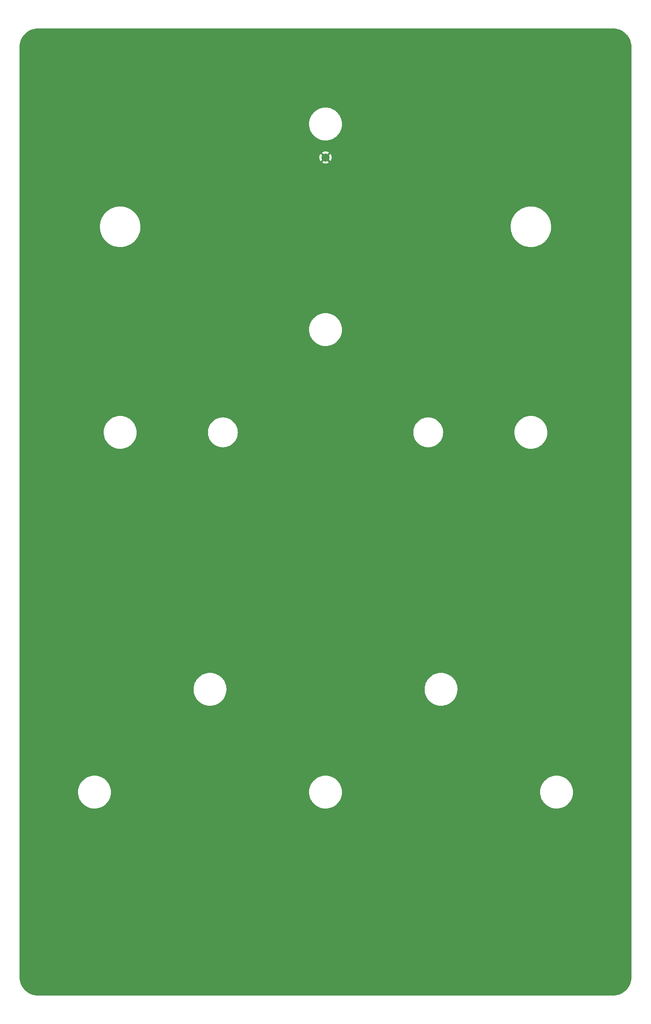
<source format=gbl>
G04 #@! TF.GenerationSoftware,KiCad,Pcbnew,6.0.5+dfsg-1~bpo11+1*
G04 #@! TF.CreationDate,2022-08-10T11:57:38+00:00*
G04 #@! TF.ProjectId,VCF_VCA_pcb_panel,5643465f-5643-4415-9f70-63625f70616e,0*
G04 #@! TF.SameCoordinates,Original*
G04 #@! TF.FileFunction,Copper,L2,Bot*
G04 #@! TF.FilePolarity,Positive*
%FSLAX46Y46*%
G04 Gerber Fmt 4.6, Leading zero omitted, Abs format (unit mm)*
G04 Created by KiCad (PCBNEW 6.0.5+dfsg-1~bpo11+1) date 2022-08-10 11:57:38*
%MOMM*%
%LPD*%
G01*
G04 APERTURE LIST*
G04 #@! TA.AperFunction,ComponentPad*
%ADD10C,2.000000*%
G04 #@! TD*
G04 APERTURE END LIST*
D10*
X212725000Y-52705000D03*
G04 #@! TA.AperFunction,Conductor*
G36*
X283815018Y-20830000D02*
G01*
X283829851Y-20832310D01*
X283829855Y-20832310D01*
X283838724Y-20833691D01*
X283859183Y-20831016D01*
X283881008Y-20830072D01*
X284237937Y-20845656D01*
X284248886Y-20846614D01*
X284633379Y-20897233D01*
X284644205Y-20899142D01*
X285022822Y-20983080D01*
X285033439Y-20985925D01*
X285203702Y-21039608D01*
X285403302Y-21102542D01*
X285413615Y-21106295D01*
X285771932Y-21254715D01*
X285781876Y-21259353D01*
X286125867Y-21438423D01*
X286135387Y-21443919D01*
X286462468Y-21652292D01*
X286471472Y-21658597D01*
X286779138Y-21894678D01*
X286787558Y-21901743D01*
X287073483Y-22163744D01*
X287081256Y-22171517D01*
X287343257Y-22457442D01*
X287350322Y-22465862D01*
X287586403Y-22773528D01*
X287592708Y-22782532D01*
X287801081Y-23109613D01*
X287806577Y-23119133D01*
X287985643Y-23463115D01*
X287990289Y-23473077D01*
X288138702Y-23831377D01*
X288142461Y-23841706D01*
X288259075Y-24211561D01*
X288261920Y-24222178D01*
X288345858Y-24600795D01*
X288347767Y-24611621D01*
X288398386Y-24996114D01*
X288399344Y-25007064D01*
X288414603Y-25356552D01*
X288413223Y-25381429D01*
X288411309Y-25393724D01*
X288412473Y-25402626D01*
X288412473Y-25402629D01*
X288415438Y-25425300D01*
X288416502Y-25441637D01*
X288416502Y-255220635D01*
X288415002Y-255240020D01*
X288412692Y-255254853D01*
X288412692Y-255254857D01*
X288411311Y-255263726D01*
X288413986Y-255284185D01*
X288414930Y-255306014D01*
X288399346Y-255662938D01*
X288398388Y-255673886D01*
X288347769Y-256058379D01*
X288347768Y-256058383D01*
X288345860Y-256069200D01*
X288329076Y-256144911D01*
X288261923Y-256447821D01*
X288259078Y-256458438D01*
X288142463Y-256828294D01*
X288142462Y-256828296D01*
X288138706Y-256838618D01*
X287990292Y-257196923D01*
X287990291Y-257196925D01*
X287985645Y-257206887D01*
X287806579Y-257550869D01*
X287801083Y-257560389D01*
X287592714Y-257887461D01*
X287586410Y-257896465D01*
X287350319Y-258204146D01*
X287343253Y-258212566D01*
X287081257Y-258498484D01*
X287073488Y-258506253D01*
X286787566Y-258768253D01*
X286779146Y-258775319D01*
X286471465Y-259011410D01*
X286462461Y-259017714D01*
X286135389Y-259226083D01*
X286125870Y-259231578D01*
X285781878Y-259410649D01*
X285771934Y-259415287D01*
X285413618Y-259563706D01*
X285403303Y-259567459D01*
X285033439Y-259684078D01*
X285022822Y-259686923D01*
X284644200Y-259770860D01*
X284633391Y-259772767D01*
X284248903Y-259823386D01*
X284248888Y-259823388D01*
X284237939Y-259824346D01*
X283888448Y-259839605D01*
X283863573Y-259838225D01*
X283851278Y-259836311D01*
X283842376Y-259837475D01*
X283842373Y-259837475D01*
X283819733Y-259840436D01*
X283803396Y-259841500D01*
X141654367Y-259841500D01*
X141634982Y-259840000D01*
X141620149Y-259837690D01*
X141620145Y-259837690D01*
X141611276Y-259836309D01*
X141590817Y-259838984D01*
X141568992Y-259839928D01*
X141212063Y-259824344D01*
X141201114Y-259823386D01*
X140816621Y-259772767D01*
X140805795Y-259770858D01*
X140427178Y-259686920D01*
X140416561Y-259684075D01*
X140246298Y-259630392D01*
X140046698Y-259567458D01*
X140036380Y-259563703D01*
X139678068Y-259415285D01*
X139668124Y-259410647D01*
X139324132Y-259231576D01*
X139314613Y-259226081D01*
X138987532Y-259017708D01*
X138978528Y-259011403D01*
X138670862Y-258775322D01*
X138662442Y-258768257D01*
X138376517Y-258506256D01*
X138368744Y-258498483D01*
X138106743Y-258212558D01*
X138099678Y-258204138D01*
X137863597Y-257896472D01*
X137857292Y-257887468D01*
X137648919Y-257560387D01*
X137643423Y-257550867D01*
X137570236Y-257410276D01*
X137464353Y-257206876D01*
X137459711Y-257196923D01*
X137311298Y-256838623D01*
X137307539Y-256828294D01*
X137190925Y-256458439D01*
X137188080Y-256447822D01*
X137104142Y-256069205D01*
X137102233Y-256058379D01*
X137051614Y-255673886D01*
X137050656Y-255662936D01*
X137035561Y-255317208D01*
X137037188Y-255290805D01*
X137037769Y-255287352D01*
X137037770Y-255287345D01*
X137038576Y-255282552D01*
X137038729Y-255270000D01*
X137034773Y-255242376D01*
X137033500Y-255224514D01*
X137033500Y-209493266D01*
X151512001Y-209493266D01*
X151512109Y-209496356D01*
X151512499Y-209507534D01*
X151524347Y-209846798D01*
X151525856Y-209890016D01*
X151578361Y-210283521D01*
X151669014Y-210670023D01*
X151796951Y-211045835D01*
X151960950Y-211407369D01*
X152159446Y-211751174D01*
X152161235Y-211753672D01*
X152161237Y-211753676D01*
X152261353Y-211893516D01*
X152390544Y-212073969D01*
X152652038Y-212372671D01*
X152654286Y-212374782D01*
X152939178Y-212642314D01*
X152939185Y-212642320D01*
X152941433Y-212644431D01*
X152943883Y-212646318D01*
X152943888Y-212646322D01*
X153253522Y-212884773D01*
X153255965Y-212886654D01*
X153258564Y-212888278D01*
X153258574Y-212888285D01*
X153439998Y-213001650D01*
X153592634Y-213097027D01*
X153948224Y-213273544D01*
X154319342Y-213414518D01*
X154702446Y-213518605D01*
X154705489Y-213519120D01*
X154705495Y-213519121D01*
X155090837Y-213584297D01*
X155090844Y-213584298D01*
X155093878Y-213584811D01*
X155096949Y-213585026D01*
X155096951Y-213585026D01*
X155486837Y-213612290D01*
X155486845Y-213612290D01*
X155489903Y-213612504D01*
X155746170Y-213605346D01*
X155883666Y-213601505D01*
X155883669Y-213601505D01*
X155886740Y-213601419D01*
X155889793Y-213601033D01*
X155889797Y-213601033D01*
X156078315Y-213577218D01*
X156280601Y-213551663D01*
X156283605Y-213550981D01*
X156283608Y-213550980D01*
X156664731Y-213464391D01*
X156664737Y-213464389D01*
X156667727Y-213463710D01*
X156815604Y-213414518D01*
X157041499Y-213339373D01*
X157041505Y-213339371D01*
X157044423Y-213338400D01*
X157187633Y-213274639D01*
X157404294Y-213178176D01*
X157404300Y-213178173D01*
X157407094Y-213176929D01*
X157547747Y-213097027D01*
X157749603Y-212982357D01*
X157749611Y-212982352D01*
X157752276Y-212980838D01*
X158076676Y-212751999D01*
X158377197Y-212492596D01*
X158379318Y-212490369D01*
X158379324Y-212490363D01*
X158648853Y-212207329D01*
X158650970Y-212205106D01*
X158684237Y-212162527D01*
X158893472Y-211894717D01*
X158893474Y-211894714D01*
X158895382Y-211892272D01*
X158897038Y-211889662D01*
X158897044Y-211889654D01*
X159106447Y-211559688D01*
X159106451Y-211559681D01*
X159108101Y-211557081D01*
X159134390Y-211505039D01*
X159193043Y-211388925D01*
X159287096Y-211202732D01*
X159288203Y-211199878D01*
X159288207Y-211199869D01*
X159429543Y-210835483D01*
X159429546Y-210835474D01*
X159430658Y-210832607D01*
X159537417Y-210450239D01*
X159606354Y-210059278D01*
X159636811Y-209663457D01*
X159638395Y-209550000D01*
X159635772Y-209496356D01*
X159635621Y-209493266D01*
X208662001Y-209493266D01*
X208662109Y-209496356D01*
X208662499Y-209507534D01*
X208674347Y-209846798D01*
X208675856Y-209890016D01*
X208728361Y-210283521D01*
X208819014Y-210670023D01*
X208946951Y-211045835D01*
X209110950Y-211407369D01*
X209309446Y-211751174D01*
X209311235Y-211753672D01*
X209311237Y-211753676D01*
X209411353Y-211893516D01*
X209540544Y-212073969D01*
X209802038Y-212372671D01*
X209804286Y-212374782D01*
X210089178Y-212642314D01*
X210089185Y-212642320D01*
X210091433Y-212644431D01*
X210093883Y-212646318D01*
X210093888Y-212646322D01*
X210403522Y-212884773D01*
X210405965Y-212886654D01*
X210408564Y-212888278D01*
X210408574Y-212888285D01*
X210589998Y-213001650D01*
X210742634Y-213097027D01*
X211098224Y-213273544D01*
X211469342Y-213414518D01*
X211852446Y-213518605D01*
X211855489Y-213519120D01*
X211855495Y-213519121D01*
X212240837Y-213584297D01*
X212240844Y-213584298D01*
X212243878Y-213584811D01*
X212246949Y-213585026D01*
X212246951Y-213585026D01*
X212636837Y-213612290D01*
X212636845Y-213612290D01*
X212639903Y-213612504D01*
X212896170Y-213605346D01*
X213033666Y-213601505D01*
X213033669Y-213601505D01*
X213036740Y-213601419D01*
X213039793Y-213601033D01*
X213039797Y-213601033D01*
X213228315Y-213577218D01*
X213430601Y-213551663D01*
X213433605Y-213550981D01*
X213433608Y-213550980D01*
X213814731Y-213464391D01*
X213814737Y-213464389D01*
X213817727Y-213463710D01*
X213965604Y-213414518D01*
X214191499Y-213339373D01*
X214191505Y-213339371D01*
X214194423Y-213338400D01*
X214337633Y-213274639D01*
X214554294Y-213178176D01*
X214554300Y-213178173D01*
X214557094Y-213176929D01*
X214697747Y-213097027D01*
X214899603Y-212982357D01*
X214899611Y-212982352D01*
X214902276Y-212980838D01*
X215226676Y-212751999D01*
X215527197Y-212492596D01*
X215529318Y-212490369D01*
X215529324Y-212490363D01*
X215798853Y-212207329D01*
X215800970Y-212205106D01*
X215834237Y-212162527D01*
X216043472Y-211894717D01*
X216043474Y-211894714D01*
X216045382Y-211892272D01*
X216047038Y-211889662D01*
X216047044Y-211889654D01*
X216256447Y-211559688D01*
X216256451Y-211559681D01*
X216258101Y-211557081D01*
X216284390Y-211505039D01*
X216343043Y-211388925D01*
X216437096Y-211202732D01*
X216438203Y-211199878D01*
X216438207Y-211199869D01*
X216579543Y-210835483D01*
X216579546Y-210835474D01*
X216580658Y-210832607D01*
X216687417Y-210450239D01*
X216756354Y-210059278D01*
X216786811Y-209663457D01*
X216788395Y-209550000D01*
X216785772Y-209496356D01*
X216785621Y-209493266D01*
X265812001Y-209493266D01*
X265812109Y-209496356D01*
X265812499Y-209507534D01*
X265824347Y-209846798D01*
X265825856Y-209890016D01*
X265878361Y-210283521D01*
X265969014Y-210670023D01*
X266096951Y-211045835D01*
X266260950Y-211407369D01*
X266459446Y-211751174D01*
X266461235Y-211753672D01*
X266461237Y-211753676D01*
X266561353Y-211893516D01*
X266690544Y-212073969D01*
X266952038Y-212372671D01*
X266954286Y-212374782D01*
X267239178Y-212642314D01*
X267239185Y-212642320D01*
X267241433Y-212644431D01*
X267243883Y-212646318D01*
X267243888Y-212646322D01*
X267553522Y-212884773D01*
X267555965Y-212886654D01*
X267558564Y-212888278D01*
X267558574Y-212888285D01*
X267739998Y-213001650D01*
X267892634Y-213097027D01*
X268248224Y-213273544D01*
X268619342Y-213414518D01*
X269002446Y-213518605D01*
X269005489Y-213519120D01*
X269005495Y-213519121D01*
X269390837Y-213584297D01*
X269390844Y-213584298D01*
X269393878Y-213584811D01*
X269396949Y-213585026D01*
X269396951Y-213585026D01*
X269786837Y-213612290D01*
X269786845Y-213612290D01*
X269789903Y-213612504D01*
X270046170Y-213605346D01*
X270183666Y-213601505D01*
X270183669Y-213601505D01*
X270186740Y-213601419D01*
X270189793Y-213601033D01*
X270189797Y-213601033D01*
X270378315Y-213577218D01*
X270580601Y-213551663D01*
X270583605Y-213550981D01*
X270583608Y-213550980D01*
X270964731Y-213464391D01*
X270964737Y-213464389D01*
X270967727Y-213463710D01*
X271115604Y-213414518D01*
X271341499Y-213339373D01*
X271341505Y-213339371D01*
X271344423Y-213338400D01*
X271487633Y-213274639D01*
X271704294Y-213178176D01*
X271704300Y-213178173D01*
X271707094Y-213176929D01*
X271847747Y-213097027D01*
X272049603Y-212982357D01*
X272049611Y-212982352D01*
X272052276Y-212980838D01*
X272376676Y-212751999D01*
X272677197Y-212492596D01*
X272679318Y-212490369D01*
X272679324Y-212490363D01*
X272948853Y-212207329D01*
X272950970Y-212205106D01*
X272984237Y-212162527D01*
X273193472Y-211894717D01*
X273193474Y-211894714D01*
X273195382Y-211892272D01*
X273197038Y-211889662D01*
X273197044Y-211889654D01*
X273406447Y-211559688D01*
X273406451Y-211559681D01*
X273408101Y-211557081D01*
X273434390Y-211505039D01*
X273493043Y-211388925D01*
X273587096Y-211202732D01*
X273588203Y-211199878D01*
X273588207Y-211199869D01*
X273729543Y-210835483D01*
X273729546Y-210835474D01*
X273730658Y-210832607D01*
X273837417Y-210450239D01*
X273906354Y-210059278D01*
X273936811Y-209663457D01*
X273938395Y-209550000D01*
X273935772Y-209496356D01*
X273919152Y-209156552D01*
X273919002Y-209153482D01*
X273910220Y-209094012D01*
X273861458Y-208763795D01*
X273861457Y-208763791D01*
X273861008Y-208760749D01*
X273764967Y-208375550D01*
X273746728Y-208324327D01*
X273632828Y-208004460D01*
X273631796Y-208001561D01*
X273462765Y-207642352D01*
X273433015Y-207592445D01*
X273261068Y-207304003D01*
X273259488Y-207301352D01*
X273023906Y-206981815D01*
X272758266Y-206686793D01*
X272465105Y-206419100D01*
X272147222Y-206181293D01*
X272098370Y-206151707D01*
X271810277Y-205977231D01*
X271810268Y-205977226D01*
X271807649Y-205975640D01*
X271449629Y-205804106D01*
X271390229Y-205782486D01*
X271079475Y-205669381D01*
X271079474Y-205669381D01*
X271076579Y-205668327D01*
X270869688Y-205615206D01*
X270695043Y-205570365D01*
X270695040Y-205570364D01*
X270692059Y-205569599D01*
X270299740Y-205508865D01*
X270296683Y-205508694D01*
X270296682Y-205508694D01*
X270267924Y-205507086D01*
X269903368Y-205486704D01*
X269900290Y-205486833D01*
X269900286Y-205486833D01*
X269641983Y-205497659D01*
X269506724Y-205503328D01*
X269503680Y-205503756D01*
X269503678Y-205503756D01*
X269463989Y-205509334D01*
X269113596Y-205558579D01*
X268727735Y-205651928D01*
X268352825Y-205782486D01*
X268306035Y-205804106D01*
X267995242Y-205947712D01*
X267995232Y-205947717D01*
X267992445Y-205949005D01*
X267650034Y-206149896D01*
X267609018Y-206179696D01*
X267331342Y-206381439D01*
X267331336Y-206381444D01*
X267328861Y-206383242D01*
X267326575Y-206385271D01*
X267326572Y-206385274D01*
X267286134Y-206421177D01*
X267031991Y-206646815D01*
X267029901Y-206649072D01*
X267029899Y-206649074D01*
X266764354Y-206935837D01*
X266764349Y-206935843D01*
X266762259Y-206938100D01*
X266760399Y-206940550D01*
X266760396Y-206940554D01*
X266727202Y-206984286D01*
X266522238Y-207254316D01*
X266520627Y-207256934D01*
X266520624Y-207256939D01*
X266315834Y-207589821D01*
X266314220Y-207592445D01*
X266140190Y-207949258D01*
X266139119Y-207952139D01*
X266139116Y-207952145D01*
X266053146Y-208183313D01*
X266001810Y-208321352D01*
X265900400Y-208705173D01*
X265836928Y-209097058D01*
X265836734Y-209100138D01*
X265836734Y-209100140D01*
X265829762Y-209210967D01*
X265812001Y-209493266D01*
X216785621Y-209493266D01*
X216769152Y-209156552D01*
X216769002Y-209153482D01*
X216760220Y-209094012D01*
X216711458Y-208763795D01*
X216711457Y-208763791D01*
X216711008Y-208760749D01*
X216614967Y-208375550D01*
X216596728Y-208324327D01*
X216482828Y-208004460D01*
X216481796Y-208001561D01*
X216312765Y-207642352D01*
X216283015Y-207592445D01*
X216111068Y-207304003D01*
X216109488Y-207301352D01*
X215873906Y-206981815D01*
X215608266Y-206686793D01*
X215315105Y-206419100D01*
X214997222Y-206181293D01*
X214948370Y-206151707D01*
X214660277Y-205977231D01*
X214660268Y-205977226D01*
X214657649Y-205975640D01*
X214299629Y-205804106D01*
X214240229Y-205782486D01*
X213929475Y-205669381D01*
X213929474Y-205669381D01*
X213926579Y-205668327D01*
X213719688Y-205615206D01*
X213545043Y-205570365D01*
X213545040Y-205570364D01*
X213542059Y-205569599D01*
X213149740Y-205508865D01*
X213146683Y-205508694D01*
X213146682Y-205508694D01*
X213117924Y-205507086D01*
X212753368Y-205486704D01*
X212750290Y-205486833D01*
X212750286Y-205486833D01*
X212491983Y-205497659D01*
X212356724Y-205503328D01*
X212353680Y-205503756D01*
X212353678Y-205503756D01*
X212313989Y-205509334D01*
X211963596Y-205558579D01*
X211577735Y-205651928D01*
X211202825Y-205782486D01*
X211156035Y-205804106D01*
X210845242Y-205947712D01*
X210845232Y-205947717D01*
X210842445Y-205949005D01*
X210500034Y-206149896D01*
X210459018Y-206179696D01*
X210181342Y-206381439D01*
X210181336Y-206381444D01*
X210178861Y-206383242D01*
X210176575Y-206385271D01*
X210176572Y-206385274D01*
X210136134Y-206421177D01*
X209881991Y-206646815D01*
X209879901Y-206649072D01*
X209879899Y-206649074D01*
X209614354Y-206935837D01*
X209614349Y-206935843D01*
X209612259Y-206938100D01*
X209610399Y-206940550D01*
X209610396Y-206940554D01*
X209577202Y-206984286D01*
X209372238Y-207254316D01*
X209370627Y-207256934D01*
X209370624Y-207256939D01*
X209165834Y-207589821D01*
X209164220Y-207592445D01*
X208990190Y-207949258D01*
X208989119Y-207952139D01*
X208989116Y-207952145D01*
X208903146Y-208183313D01*
X208851810Y-208321352D01*
X208750400Y-208705173D01*
X208686928Y-209097058D01*
X208686734Y-209100138D01*
X208686734Y-209100140D01*
X208679762Y-209210967D01*
X208662001Y-209493266D01*
X159635621Y-209493266D01*
X159619152Y-209156552D01*
X159619002Y-209153482D01*
X159610220Y-209094012D01*
X159561458Y-208763795D01*
X159561457Y-208763791D01*
X159561008Y-208760749D01*
X159464967Y-208375550D01*
X159446728Y-208324327D01*
X159332828Y-208004460D01*
X159331796Y-208001561D01*
X159162765Y-207642352D01*
X159133015Y-207592445D01*
X158961068Y-207304003D01*
X158959488Y-207301352D01*
X158723906Y-206981815D01*
X158458266Y-206686793D01*
X158165105Y-206419100D01*
X157847222Y-206181293D01*
X157798370Y-206151707D01*
X157510277Y-205977231D01*
X157510268Y-205977226D01*
X157507649Y-205975640D01*
X157149629Y-205804106D01*
X157090229Y-205782486D01*
X156779475Y-205669381D01*
X156779474Y-205669381D01*
X156776579Y-205668327D01*
X156569688Y-205615206D01*
X156395043Y-205570365D01*
X156395040Y-205570364D01*
X156392059Y-205569599D01*
X155999740Y-205508865D01*
X155996683Y-205508694D01*
X155996682Y-205508694D01*
X155967924Y-205507086D01*
X155603368Y-205486704D01*
X155600290Y-205486833D01*
X155600286Y-205486833D01*
X155341983Y-205497659D01*
X155206724Y-205503328D01*
X155203680Y-205503756D01*
X155203678Y-205503756D01*
X155163989Y-205509334D01*
X154813596Y-205558579D01*
X154427735Y-205651928D01*
X154052825Y-205782486D01*
X154006035Y-205804106D01*
X153695242Y-205947712D01*
X153695232Y-205947717D01*
X153692445Y-205949005D01*
X153350034Y-206149896D01*
X153309018Y-206179696D01*
X153031342Y-206381439D01*
X153031336Y-206381444D01*
X153028861Y-206383242D01*
X153026575Y-206385271D01*
X153026572Y-206385274D01*
X152986134Y-206421177D01*
X152731991Y-206646815D01*
X152729901Y-206649072D01*
X152729899Y-206649074D01*
X152464354Y-206935837D01*
X152464349Y-206935843D01*
X152462259Y-206938100D01*
X152460399Y-206940550D01*
X152460396Y-206940554D01*
X152427202Y-206984286D01*
X152222238Y-207254316D01*
X152220627Y-207256934D01*
X152220624Y-207256939D01*
X152015834Y-207589821D01*
X152014220Y-207592445D01*
X151840190Y-207949258D01*
X151839119Y-207952139D01*
X151839116Y-207952145D01*
X151753146Y-208183313D01*
X151701810Y-208321352D01*
X151600400Y-208705173D01*
X151536928Y-209097058D01*
X151536734Y-209100138D01*
X151536734Y-209100140D01*
X151529762Y-209210967D01*
X151512001Y-209493266D01*
X137033500Y-209493266D01*
X137033500Y-184093266D01*
X180087001Y-184093266D01*
X180087109Y-184096356D01*
X180087499Y-184107534D01*
X180099347Y-184446798D01*
X180100856Y-184490016D01*
X180153361Y-184883521D01*
X180244014Y-185270023D01*
X180371951Y-185645835D01*
X180535950Y-186007369D01*
X180734446Y-186351174D01*
X180736235Y-186353672D01*
X180736237Y-186353676D01*
X180836353Y-186493516D01*
X180965544Y-186673969D01*
X181227038Y-186972671D01*
X181229286Y-186974782D01*
X181514178Y-187242314D01*
X181514185Y-187242320D01*
X181516433Y-187244431D01*
X181518883Y-187246318D01*
X181518888Y-187246322D01*
X181828522Y-187484773D01*
X181830965Y-187486654D01*
X181833564Y-187488278D01*
X181833574Y-187488285D01*
X182014998Y-187601650D01*
X182167634Y-187697027D01*
X182523224Y-187873544D01*
X182894342Y-188014518D01*
X183277446Y-188118605D01*
X183280489Y-188119120D01*
X183280495Y-188119121D01*
X183665837Y-188184297D01*
X183665844Y-188184298D01*
X183668878Y-188184811D01*
X183671949Y-188185026D01*
X183671951Y-188185026D01*
X184061837Y-188212290D01*
X184061845Y-188212290D01*
X184064903Y-188212504D01*
X184321170Y-188205346D01*
X184458666Y-188201505D01*
X184458669Y-188201505D01*
X184461740Y-188201419D01*
X184464793Y-188201033D01*
X184464797Y-188201033D01*
X184653315Y-188177218D01*
X184855601Y-188151663D01*
X184858605Y-188150981D01*
X184858608Y-188150980D01*
X185239731Y-188064391D01*
X185239737Y-188064389D01*
X185242727Y-188063710D01*
X185390604Y-188014518D01*
X185616499Y-187939373D01*
X185616505Y-187939371D01*
X185619423Y-187938400D01*
X185762633Y-187874639D01*
X185979294Y-187778176D01*
X185979300Y-187778173D01*
X185982094Y-187776929D01*
X186122747Y-187697027D01*
X186324603Y-187582357D01*
X186324611Y-187582352D01*
X186327276Y-187580838D01*
X186651676Y-187351999D01*
X186952197Y-187092596D01*
X186954318Y-187090369D01*
X186954324Y-187090363D01*
X187223853Y-186807329D01*
X187225970Y-186805106D01*
X187259237Y-186762527D01*
X187468472Y-186494717D01*
X187468474Y-186494714D01*
X187470382Y-186492272D01*
X187472038Y-186489662D01*
X187472044Y-186489654D01*
X187681447Y-186159688D01*
X187681451Y-186159681D01*
X187683101Y-186157081D01*
X187709390Y-186105039D01*
X187768043Y-185988925D01*
X187862096Y-185802732D01*
X187863203Y-185799878D01*
X187863207Y-185799869D01*
X188004543Y-185435483D01*
X188004546Y-185435474D01*
X188005658Y-185432607D01*
X188112417Y-185050239D01*
X188181354Y-184659278D01*
X188211811Y-184263457D01*
X188213395Y-184150000D01*
X188210772Y-184096356D01*
X188210621Y-184093266D01*
X237237001Y-184093266D01*
X237237109Y-184096356D01*
X237237499Y-184107534D01*
X237249347Y-184446798D01*
X237250856Y-184490016D01*
X237303361Y-184883521D01*
X237394014Y-185270023D01*
X237521951Y-185645835D01*
X237685950Y-186007369D01*
X237884446Y-186351174D01*
X237886235Y-186353672D01*
X237886237Y-186353676D01*
X237986353Y-186493516D01*
X238115544Y-186673969D01*
X238377038Y-186972671D01*
X238379286Y-186974782D01*
X238664178Y-187242314D01*
X238664185Y-187242320D01*
X238666433Y-187244431D01*
X238668883Y-187246318D01*
X238668888Y-187246322D01*
X238978522Y-187484773D01*
X238980965Y-187486654D01*
X238983564Y-187488278D01*
X238983574Y-187488285D01*
X239164998Y-187601650D01*
X239317634Y-187697027D01*
X239673224Y-187873544D01*
X240044342Y-188014518D01*
X240427446Y-188118605D01*
X240430489Y-188119120D01*
X240430495Y-188119121D01*
X240815837Y-188184297D01*
X240815844Y-188184298D01*
X240818878Y-188184811D01*
X240821949Y-188185026D01*
X240821951Y-188185026D01*
X241211837Y-188212290D01*
X241211845Y-188212290D01*
X241214903Y-188212504D01*
X241471170Y-188205346D01*
X241608666Y-188201505D01*
X241608669Y-188201505D01*
X241611740Y-188201419D01*
X241614793Y-188201033D01*
X241614797Y-188201033D01*
X241803315Y-188177218D01*
X242005601Y-188151663D01*
X242008605Y-188150981D01*
X242008608Y-188150980D01*
X242389731Y-188064391D01*
X242389737Y-188064389D01*
X242392727Y-188063710D01*
X242540604Y-188014518D01*
X242766499Y-187939373D01*
X242766505Y-187939371D01*
X242769423Y-187938400D01*
X242912633Y-187874639D01*
X243129294Y-187778176D01*
X243129300Y-187778173D01*
X243132094Y-187776929D01*
X243272747Y-187697027D01*
X243474603Y-187582357D01*
X243474611Y-187582352D01*
X243477276Y-187580838D01*
X243801676Y-187351999D01*
X244102197Y-187092596D01*
X244104318Y-187090369D01*
X244104324Y-187090363D01*
X244373853Y-186807329D01*
X244375970Y-186805106D01*
X244409237Y-186762527D01*
X244618472Y-186494717D01*
X244618474Y-186494714D01*
X244620382Y-186492272D01*
X244622038Y-186489662D01*
X244622044Y-186489654D01*
X244831447Y-186159688D01*
X244831451Y-186159681D01*
X244833101Y-186157081D01*
X244859390Y-186105039D01*
X244918043Y-185988925D01*
X245012096Y-185802732D01*
X245013203Y-185799878D01*
X245013207Y-185799869D01*
X245154543Y-185435483D01*
X245154546Y-185435474D01*
X245155658Y-185432607D01*
X245262417Y-185050239D01*
X245331354Y-184659278D01*
X245361811Y-184263457D01*
X245363395Y-184150000D01*
X245360772Y-184096356D01*
X245344152Y-183756552D01*
X245344002Y-183753482D01*
X245335220Y-183694012D01*
X245286458Y-183363795D01*
X245286457Y-183363791D01*
X245286008Y-183360749D01*
X245189967Y-182975550D01*
X245171728Y-182924327D01*
X245057828Y-182604460D01*
X245056796Y-182601561D01*
X244887765Y-182242352D01*
X244858015Y-182192445D01*
X244686068Y-181904003D01*
X244684488Y-181901352D01*
X244448906Y-181581815D01*
X244183266Y-181286793D01*
X243890105Y-181019100D01*
X243572222Y-180781293D01*
X243523370Y-180751707D01*
X243235277Y-180577231D01*
X243235268Y-180577226D01*
X243232649Y-180575640D01*
X242874629Y-180404106D01*
X242815229Y-180382486D01*
X242504475Y-180269381D01*
X242504474Y-180269381D01*
X242501579Y-180268327D01*
X242294688Y-180215206D01*
X242120043Y-180170365D01*
X242120040Y-180170364D01*
X242117059Y-180169599D01*
X241724740Y-180108865D01*
X241721683Y-180108694D01*
X241721682Y-180108694D01*
X241692924Y-180107086D01*
X241328368Y-180086704D01*
X241325290Y-180086833D01*
X241325286Y-180086833D01*
X241066983Y-180097659D01*
X240931724Y-180103328D01*
X240928680Y-180103756D01*
X240928678Y-180103756D01*
X240888989Y-180109334D01*
X240538596Y-180158579D01*
X240152735Y-180251928D01*
X239777825Y-180382486D01*
X239731035Y-180404106D01*
X239420242Y-180547712D01*
X239420232Y-180547717D01*
X239417445Y-180549005D01*
X239075034Y-180749896D01*
X239034018Y-180779696D01*
X238756342Y-180981439D01*
X238756336Y-180981444D01*
X238753861Y-180983242D01*
X238751575Y-180985271D01*
X238751572Y-180985274D01*
X238711134Y-181021177D01*
X238456991Y-181246815D01*
X238454901Y-181249072D01*
X238454899Y-181249074D01*
X238189354Y-181535837D01*
X238189349Y-181535843D01*
X238187259Y-181538100D01*
X238185399Y-181540550D01*
X238185396Y-181540554D01*
X238152202Y-181584286D01*
X237947238Y-181854316D01*
X237945627Y-181856934D01*
X237945624Y-181856939D01*
X237740834Y-182189821D01*
X237739220Y-182192445D01*
X237565190Y-182549258D01*
X237564119Y-182552139D01*
X237564116Y-182552145D01*
X237478146Y-182783313D01*
X237426810Y-182921352D01*
X237325400Y-183305173D01*
X237261928Y-183697058D01*
X237261734Y-183700138D01*
X237261734Y-183700140D01*
X237254762Y-183810967D01*
X237237001Y-184093266D01*
X188210621Y-184093266D01*
X188194152Y-183756552D01*
X188194002Y-183753482D01*
X188185220Y-183694012D01*
X188136458Y-183363795D01*
X188136457Y-183363791D01*
X188136008Y-183360749D01*
X188039967Y-182975550D01*
X188021728Y-182924327D01*
X187907828Y-182604460D01*
X187906796Y-182601561D01*
X187737765Y-182242352D01*
X187708015Y-182192445D01*
X187536068Y-181904003D01*
X187534488Y-181901352D01*
X187298906Y-181581815D01*
X187033266Y-181286793D01*
X186740105Y-181019100D01*
X186422222Y-180781293D01*
X186373370Y-180751707D01*
X186085277Y-180577231D01*
X186085268Y-180577226D01*
X186082649Y-180575640D01*
X185724629Y-180404106D01*
X185665229Y-180382486D01*
X185354475Y-180269381D01*
X185354474Y-180269381D01*
X185351579Y-180268327D01*
X185144688Y-180215206D01*
X184970043Y-180170365D01*
X184970040Y-180170364D01*
X184967059Y-180169599D01*
X184574740Y-180108865D01*
X184571683Y-180108694D01*
X184571682Y-180108694D01*
X184542924Y-180107086D01*
X184178368Y-180086704D01*
X184175290Y-180086833D01*
X184175286Y-180086833D01*
X183916983Y-180097659D01*
X183781724Y-180103328D01*
X183778680Y-180103756D01*
X183778678Y-180103756D01*
X183738989Y-180109334D01*
X183388596Y-180158579D01*
X183002735Y-180251928D01*
X182627825Y-180382486D01*
X182581035Y-180404106D01*
X182270242Y-180547712D01*
X182270232Y-180547717D01*
X182267445Y-180549005D01*
X181925034Y-180749896D01*
X181884018Y-180779696D01*
X181606342Y-180981439D01*
X181606336Y-180981444D01*
X181603861Y-180983242D01*
X181601575Y-180985271D01*
X181601572Y-180985274D01*
X181561134Y-181021177D01*
X181306991Y-181246815D01*
X181304901Y-181249072D01*
X181304899Y-181249074D01*
X181039354Y-181535837D01*
X181039349Y-181535843D01*
X181037259Y-181538100D01*
X181035399Y-181540550D01*
X181035396Y-181540554D01*
X181002202Y-181584286D01*
X180797238Y-181854316D01*
X180795627Y-181856934D01*
X180795624Y-181856939D01*
X180590834Y-182189821D01*
X180589220Y-182192445D01*
X180415190Y-182549258D01*
X180414119Y-182552139D01*
X180414116Y-182552145D01*
X180328146Y-182783313D01*
X180276810Y-182921352D01*
X180175400Y-183305173D01*
X180111928Y-183697058D01*
X180111734Y-183700138D01*
X180111734Y-183700140D01*
X180104762Y-183810967D01*
X180087001Y-184093266D01*
X137033500Y-184093266D01*
X137033500Y-120593266D01*
X157862001Y-120593266D01*
X157862109Y-120596356D01*
X157862499Y-120607534D01*
X157875637Y-120983733D01*
X157875856Y-120990016D01*
X157876262Y-120993060D01*
X157876263Y-120993070D01*
X157886968Y-121073295D01*
X157928361Y-121383521D01*
X157929061Y-121386505D01*
X157929062Y-121386511D01*
X157980018Y-121603764D01*
X158019014Y-121770023D01*
X158146951Y-122145835D01*
X158310950Y-122507369D01*
X158509446Y-122851174D01*
X158511235Y-122853672D01*
X158511237Y-122853676D01*
X158708528Y-123129249D01*
X158740544Y-123173969D01*
X158742571Y-123176284D01*
X158742573Y-123176287D01*
X158907604Y-123364800D01*
X159002038Y-123472671D01*
X159004286Y-123474782D01*
X159289178Y-123742314D01*
X159289185Y-123742320D01*
X159291433Y-123744431D01*
X159293883Y-123746318D01*
X159293888Y-123746322D01*
X159597806Y-123980371D01*
X159605965Y-123986654D01*
X159608564Y-123988278D01*
X159608574Y-123988285D01*
X159789998Y-124101650D01*
X159942634Y-124197027D01*
X160298224Y-124373544D01*
X160669342Y-124514518D01*
X161052446Y-124618605D01*
X161055489Y-124619120D01*
X161055495Y-124619121D01*
X161440837Y-124684297D01*
X161440844Y-124684298D01*
X161443878Y-124684811D01*
X161446949Y-124685026D01*
X161446951Y-124685026D01*
X161836837Y-124712290D01*
X161836845Y-124712290D01*
X161839903Y-124712504D01*
X162096170Y-124705346D01*
X162233666Y-124701505D01*
X162233669Y-124701505D01*
X162236740Y-124701419D01*
X162239793Y-124701033D01*
X162239797Y-124701033D01*
X162428315Y-124677218D01*
X162630601Y-124651663D01*
X162633605Y-124650981D01*
X162633608Y-124650980D01*
X163014731Y-124564391D01*
X163014737Y-124564389D01*
X163017727Y-124563710D01*
X163034567Y-124558108D01*
X163391499Y-124439373D01*
X163391505Y-124439371D01*
X163394423Y-124438400D01*
X163397233Y-124437149D01*
X163754294Y-124278176D01*
X163754300Y-124278173D01*
X163757094Y-124276929D01*
X163789593Y-124258467D01*
X164099603Y-124082357D01*
X164099611Y-124082352D01*
X164102276Y-124080838D01*
X164109030Y-124076074D01*
X164424144Y-123853785D01*
X164426676Y-123851999D01*
X164435501Y-123844382D01*
X164724859Y-123594614D01*
X164727197Y-123592596D01*
X164729318Y-123590369D01*
X164729324Y-123590363D01*
X164998853Y-123307329D01*
X165000970Y-123305106D01*
X165003481Y-123301893D01*
X165243472Y-122994717D01*
X165243474Y-122994714D01*
X165245382Y-122992272D01*
X165247038Y-122989662D01*
X165247044Y-122989654D01*
X165456447Y-122659688D01*
X165456451Y-122659681D01*
X165458101Y-122657081D01*
X165462664Y-122648049D01*
X165560235Y-122454890D01*
X165637096Y-122302732D01*
X165638203Y-122299878D01*
X165638207Y-122299869D01*
X165779543Y-121935483D01*
X165779546Y-121935474D01*
X165780658Y-121932607D01*
X165872473Y-121603764D01*
X165886589Y-121553205D01*
X165886590Y-121553203D01*
X165887417Y-121550239D01*
X165956354Y-121159278D01*
X165986811Y-120763457D01*
X165988395Y-120650000D01*
X183636445Y-120650000D01*
X183656651Y-121035559D01*
X183657164Y-121038799D01*
X183657165Y-121038807D01*
X183675762Y-121156222D01*
X183717049Y-121416894D01*
X183816976Y-121789826D01*
X183955337Y-122150270D01*
X183956835Y-122153210D01*
X184033021Y-122302732D01*
X184130618Y-122494277D01*
X184132414Y-122497043D01*
X184132416Y-122497046D01*
X184236344Y-122657081D01*
X184340896Y-122818078D01*
X184583869Y-123118125D01*
X184856875Y-123391131D01*
X185156922Y-123634104D01*
X185480722Y-123844382D01*
X185483656Y-123845877D01*
X185483663Y-123845881D01*
X185759946Y-123986654D01*
X185824730Y-124019663D01*
X186185174Y-124158024D01*
X186558106Y-124257951D01*
X186760643Y-124290030D01*
X186936193Y-124317835D01*
X186936201Y-124317836D01*
X186939441Y-124318349D01*
X187325000Y-124338555D01*
X187710559Y-124318349D01*
X187713799Y-124317836D01*
X187713807Y-124317835D01*
X187889357Y-124290030D01*
X188091894Y-124257951D01*
X188464826Y-124158024D01*
X188825270Y-124019663D01*
X188890054Y-123986654D01*
X189166337Y-123845881D01*
X189166344Y-123845877D01*
X189169278Y-123844382D01*
X189493078Y-123634104D01*
X189793125Y-123391131D01*
X190066131Y-123118125D01*
X190309104Y-122818078D01*
X190413656Y-122657081D01*
X190517584Y-122497046D01*
X190517586Y-122497043D01*
X190519382Y-122494277D01*
X190616980Y-122302732D01*
X190693165Y-122153210D01*
X190694663Y-122150270D01*
X190833024Y-121789826D01*
X190932951Y-121416894D01*
X190974238Y-121156222D01*
X190992835Y-121038807D01*
X190992836Y-121038799D01*
X190993349Y-121035559D01*
X191013555Y-120650000D01*
X234436445Y-120650000D01*
X234456651Y-121035559D01*
X234457164Y-121038799D01*
X234457165Y-121038807D01*
X234475762Y-121156222D01*
X234517049Y-121416894D01*
X234616976Y-121789826D01*
X234755337Y-122150270D01*
X234756835Y-122153210D01*
X234833021Y-122302732D01*
X234930618Y-122494277D01*
X234932414Y-122497043D01*
X234932416Y-122497046D01*
X235036344Y-122657081D01*
X235140896Y-122818078D01*
X235383869Y-123118125D01*
X235656875Y-123391131D01*
X235956922Y-123634104D01*
X236280722Y-123844382D01*
X236283656Y-123845877D01*
X236283663Y-123845881D01*
X236559946Y-123986654D01*
X236624730Y-124019663D01*
X236985174Y-124158024D01*
X237358106Y-124257951D01*
X237560643Y-124290030D01*
X237736193Y-124317835D01*
X237736201Y-124317836D01*
X237739441Y-124318349D01*
X238125000Y-124338555D01*
X238510559Y-124318349D01*
X238513799Y-124317836D01*
X238513807Y-124317835D01*
X238689357Y-124290030D01*
X238891894Y-124257951D01*
X239264826Y-124158024D01*
X239625270Y-124019663D01*
X239690054Y-123986654D01*
X239966337Y-123845881D01*
X239966344Y-123845877D01*
X239969278Y-123844382D01*
X240293078Y-123634104D01*
X240593125Y-123391131D01*
X240866131Y-123118125D01*
X241109104Y-122818078D01*
X241213656Y-122657081D01*
X241317584Y-122497046D01*
X241317586Y-122497043D01*
X241319382Y-122494277D01*
X241416980Y-122302732D01*
X241493165Y-122153210D01*
X241494663Y-122150270D01*
X241633024Y-121789826D01*
X241732951Y-121416894D01*
X241774238Y-121156222D01*
X241792835Y-121038807D01*
X241792836Y-121038799D01*
X241793349Y-121035559D01*
X241813555Y-120650000D01*
X241810252Y-120586983D01*
X259457412Y-120586983D01*
X259457520Y-120590073D01*
X259457910Y-120601251D01*
X259469831Y-120942607D01*
X259471267Y-120983733D01*
X259471673Y-120986777D01*
X259471674Y-120986787D01*
X259476868Y-121025713D01*
X259523772Y-121377238D01*
X259524472Y-121380222D01*
X259524473Y-121380228D01*
X259532308Y-121413633D01*
X259614425Y-121763740D01*
X259615414Y-121766646D01*
X259615416Y-121766652D01*
X259623305Y-121789826D01*
X259742362Y-122139552D01*
X259906361Y-122501086D01*
X260104857Y-122844891D01*
X260106646Y-122847389D01*
X260106648Y-122847393D01*
X260329636Y-123158859D01*
X260335955Y-123167686D01*
X260337982Y-123170001D01*
X260337984Y-123170004D01*
X260354383Y-123188736D01*
X260597449Y-123466388D01*
X260599697Y-123468499D01*
X260884589Y-123736031D01*
X260884596Y-123736037D01*
X260886844Y-123738148D01*
X260889294Y-123740035D01*
X260889299Y-123740039D01*
X261032055Y-123849976D01*
X261201376Y-123980371D01*
X261203975Y-123981995D01*
X261203985Y-123982002D01*
X261385409Y-124095367D01*
X261538045Y-124190744D01*
X261893635Y-124367261D01*
X262264753Y-124508235D01*
X262647857Y-124612322D01*
X262650900Y-124612837D01*
X262650906Y-124612838D01*
X263036248Y-124678014D01*
X263036255Y-124678015D01*
X263039289Y-124678528D01*
X263042360Y-124678743D01*
X263042362Y-124678743D01*
X263432248Y-124706007D01*
X263432256Y-124706007D01*
X263435314Y-124706221D01*
X263691581Y-124699063D01*
X263829077Y-124695222D01*
X263829080Y-124695222D01*
X263832151Y-124695136D01*
X263835204Y-124694750D01*
X263835208Y-124694750D01*
X264023726Y-124670935D01*
X264226012Y-124645380D01*
X264229016Y-124644698D01*
X264229019Y-124644697D01*
X264610142Y-124558108D01*
X264610148Y-124558106D01*
X264613138Y-124557427D01*
X264616057Y-124556456D01*
X264986910Y-124433090D01*
X264986916Y-124433088D01*
X264989834Y-124432117D01*
X264992644Y-124430866D01*
X265349705Y-124271893D01*
X265349711Y-124271890D01*
X265352505Y-124270646D01*
X265373944Y-124258467D01*
X265695014Y-124076074D01*
X265695022Y-124076069D01*
X265697687Y-124074555D01*
X266022087Y-123845716D01*
X266025716Y-123842584D01*
X266279996Y-123623095D01*
X266322608Y-123586313D01*
X266324729Y-123584086D01*
X266324735Y-123584080D01*
X266594264Y-123301046D01*
X266596381Y-123298823D01*
X266601846Y-123291829D01*
X266838883Y-122988434D01*
X266838885Y-122988431D01*
X266840793Y-122985989D01*
X266842449Y-122983379D01*
X266842455Y-122983371D01*
X267051858Y-122653405D01*
X267051862Y-122653398D01*
X267053512Y-122650798D01*
X267079801Y-122598756D01*
X267213973Y-122333140D01*
X267232507Y-122296449D01*
X267233614Y-122293595D01*
X267233618Y-122293586D01*
X267374954Y-121929200D01*
X267374957Y-121929191D01*
X267376069Y-121926324D01*
X267482828Y-121543956D01*
X267551765Y-121152995D01*
X267568468Y-120935924D01*
X267582072Y-120759125D01*
X267582072Y-120759121D01*
X267582222Y-120757174D01*
X267583806Y-120643717D01*
X267582037Y-120607534D01*
X267564563Y-120250269D01*
X267564413Y-120247199D01*
X267524389Y-119976160D01*
X267506869Y-119857512D01*
X267506868Y-119857508D01*
X267506419Y-119854466D01*
X267410378Y-119469267D01*
X267393317Y-119421352D01*
X267296596Y-119149730D01*
X267277207Y-119095278D01*
X267116847Y-118754496D01*
X267109488Y-118738857D01*
X267109487Y-118738856D01*
X267108176Y-118736069D01*
X267078426Y-118686162D01*
X266955138Y-118479346D01*
X266904899Y-118395069D01*
X266749618Y-118184450D01*
X266671139Y-118078003D01*
X266671137Y-118078000D01*
X266669317Y-118075532D01*
X266403677Y-117780510D01*
X266110516Y-117512817D01*
X265792633Y-117275010D01*
X265743781Y-117245424D01*
X265455688Y-117070948D01*
X265455679Y-117070943D01*
X265453060Y-117069357D01*
X265095040Y-116897823D01*
X265056455Y-116883779D01*
X264724886Y-116763098D01*
X264724885Y-116763098D01*
X264721990Y-116762044D01*
X264515099Y-116708923D01*
X264340454Y-116664082D01*
X264340451Y-116664081D01*
X264337470Y-116663316D01*
X263945151Y-116602582D01*
X263942094Y-116602411D01*
X263942093Y-116602411D01*
X263913335Y-116600803D01*
X263548779Y-116580421D01*
X263545701Y-116580550D01*
X263545697Y-116580550D01*
X263287394Y-116591376D01*
X263152135Y-116597045D01*
X263149091Y-116597473D01*
X263149089Y-116597473D01*
X263068032Y-116608865D01*
X262759007Y-116652296D01*
X262373146Y-116745645D01*
X261998236Y-116876203D01*
X261951446Y-116897823D01*
X261640653Y-117041429D01*
X261640643Y-117041434D01*
X261637856Y-117042722D01*
X261295445Y-117243613D01*
X261245781Y-117279696D01*
X260976753Y-117475156D01*
X260976747Y-117475161D01*
X260974272Y-117476959D01*
X260971986Y-117478988D01*
X260971983Y-117478991D01*
X260735602Y-117688860D01*
X260677402Y-117740532D01*
X260675312Y-117742789D01*
X260675310Y-117742791D01*
X260409765Y-118029554D01*
X260409760Y-118029560D01*
X260407670Y-118031817D01*
X260405810Y-118034267D01*
X260405807Y-118034271D01*
X260372613Y-118078003D01*
X260167649Y-118348033D01*
X260166038Y-118350651D01*
X260166035Y-118350656D01*
X259976286Y-118659089D01*
X259959631Y-118686162D01*
X259785601Y-119042975D01*
X259784530Y-119045856D01*
X259784527Y-119045862D01*
X259746993Y-119146790D01*
X259647221Y-119415069D01*
X259545811Y-119798890D01*
X259482339Y-120190775D01*
X259482145Y-120193855D01*
X259482145Y-120193857D01*
X259473602Y-120329655D01*
X259457412Y-120586983D01*
X241810252Y-120586983D01*
X241793349Y-120264441D01*
X241792100Y-120256552D01*
X241741141Y-119934815D01*
X241732951Y-119883106D01*
X241633024Y-119510174D01*
X241620886Y-119478552D01*
X241495847Y-119152815D01*
X241494663Y-119149730D01*
X241442058Y-119046487D01*
X241320881Y-118808664D01*
X241320877Y-118808657D01*
X241319382Y-118805723D01*
X241268703Y-118727683D01*
X241110906Y-118484697D01*
X241109104Y-118481922D01*
X240866131Y-118181875D01*
X240593125Y-117908869D01*
X240293078Y-117665896D01*
X240054519Y-117510974D01*
X239972047Y-117457416D01*
X239972044Y-117457414D01*
X239969278Y-117455618D01*
X239966344Y-117454123D01*
X239966337Y-117454119D01*
X239628210Y-117281835D01*
X239625270Y-117280337D01*
X239264826Y-117141976D01*
X238891894Y-117042049D01*
X238689357Y-117009970D01*
X238513807Y-116982165D01*
X238513799Y-116982164D01*
X238510559Y-116981651D01*
X238125000Y-116961445D01*
X237739441Y-116981651D01*
X237736201Y-116982164D01*
X237736193Y-116982165D01*
X237560643Y-117009970D01*
X237358106Y-117042049D01*
X236985174Y-117141976D01*
X236624730Y-117280337D01*
X236621790Y-117281835D01*
X236283664Y-117454119D01*
X236283657Y-117454123D01*
X236280723Y-117455618D01*
X236277957Y-117457414D01*
X236277954Y-117457416D01*
X236064166Y-117596251D01*
X235956922Y-117665896D01*
X235656875Y-117908869D01*
X235383869Y-118181875D01*
X235140896Y-118481922D01*
X235139094Y-118484697D01*
X234981298Y-118727683D01*
X234930618Y-118805723D01*
X234929123Y-118808657D01*
X234929119Y-118808664D01*
X234807942Y-119046487D01*
X234755337Y-119149730D01*
X234754153Y-119152815D01*
X234629115Y-119478552D01*
X234616976Y-119510174D01*
X234517049Y-119883106D01*
X234508859Y-119934815D01*
X234457901Y-120256552D01*
X234456651Y-120264441D01*
X234437908Y-120622077D01*
X234436445Y-120650000D01*
X191013555Y-120650000D01*
X190993349Y-120264441D01*
X190992100Y-120256552D01*
X190941141Y-119934815D01*
X190932951Y-119883106D01*
X190833024Y-119510174D01*
X190820886Y-119478552D01*
X190695847Y-119152815D01*
X190694663Y-119149730D01*
X190642058Y-119046487D01*
X190520881Y-118808664D01*
X190520877Y-118808657D01*
X190519382Y-118805723D01*
X190468703Y-118727683D01*
X190310906Y-118484697D01*
X190309104Y-118481922D01*
X190066131Y-118181875D01*
X189793125Y-117908869D01*
X189493078Y-117665896D01*
X189254519Y-117510974D01*
X189172047Y-117457416D01*
X189172044Y-117457414D01*
X189169278Y-117455618D01*
X189166344Y-117454123D01*
X189166337Y-117454119D01*
X188828210Y-117281835D01*
X188825270Y-117280337D01*
X188464826Y-117141976D01*
X188091894Y-117042049D01*
X187889357Y-117009970D01*
X187713807Y-116982165D01*
X187713799Y-116982164D01*
X187710559Y-116981651D01*
X187325000Y-116961445D01*
X186939441Y-116981651D01*
X186936201Y-116982164D01*
X186936193Y-116982165D01*
X186760643Y-117009970D01*
X186558106Y-117042049D01*
X186185174Y-117141976D01*
X185824730Y-117280337D01*
X185821790Y-117281835D01*
X185483664Y-117454119D01*
X185483657Y-117454123D01*
X185480723Y-117455618D01*
X185477957Y-117457414D01*
X185477954Y-117457416D01*
X185264166Y-117596251D01*
X185156922Y-117665896D01*
X184856875Y-117908869D01*
X184583869Y-118181875D01*
X184340896Y-118481922D01*
X184339094Y-118484697D01*
X184181298Y-118727683D01*
X184130618Y-118805723D01*
X184129123Y-118808657D01*
X184129119Y-118808664D01*
X184007942Y-119046487D01*
X183955337Y-119149730D01*
X183954153Y-119152815D01*
X183829115Y-119478552D01*
X183816976Y-119510174D01*
X183717049Y-119883106D01*
X183708859Y-119934815D01*
X183657901Y-120256552D01*
X183656651Y-120264441D01*
X183637908Y-120622077D01*
X183636445Y-120650000D01*
X165988395Y-120650000D01*
X165988185Y-120645691D01*
X165971506Y-120304684D01*
X165969002Y-120253482D01*
X165959742Y-120190775D01*
X165911458Y-119863795D01*
X165911457Y-119863791D01*
X165911008Y-119860749D01*
X165814967Y-119475550D01*
X165811693Y-119466354D01*
X165749380Y-119291359D01*
X165681796Y-119101561D01*
X165512765Y-118742352D01*
X165507443Y-118733423D01*
X165368635Y-118500572D01*
X165309488Y-118401352D01*
X165073906Y-118081815D01*
X164808266Y-117786793D01*
X164515105Y-117519100D01*
X164197222Y-117281293D01*
X164148370Y-117251707D01*
X163860277Y-117077231D01*
X163860268Y-117077226D01*
X163857649Y-117075640D01*
X163499629Y-116904106D01*
X163479466Y-116896767D01*
X163129475Y-116769381D01*
X163129474Y-116769381D01*
X163126579Y-116768327D01*
X162919688Y-116715206D01*
X162745043Y-116670365D01*
X162745040Y-116670364D01*
X162742059Y-116669599D01*
X162349740Y-116608865D01*
X162346683Y-116608694D01*
X162346682Y-116608694D01*
X162317924Y-116607086D01*
X161953368Y-116586704D01*
X161950290Y-116586833D01*
X161950286Y-116586833D01*
X161696423Y-116597473D01*
X161556724Y-116603328D01*
X161553680Y-116603756D01*
X161553678Y-116603756D01*
X161513989Y-116609334D01*
X161163596Y-116658579D01*
X160777735Y-116751928D01*
X160402825Y-116882486D01*
X160356035Y-116904106D01*
X160045242Y-117047712D01*
X160045232Y-117047717D01*
X160042445Y-117049005D01*
X159700034Y-117249896D01*
X159659018Y-117279696D01*
X159381342Y-117481439D01*
X159381336Y-117481444D01*
X159378861Y-117483242D01*
X159376575Y-117485271D01*
X159376572Y-117485274D01*
X159089068Y-117740532D01*
X159081991Y-117746815D01*
X159079901Y-117749072D01*
X159079899Y-117749074D01*
X158814354Y-118035837D01*
X158814349Y-118035843D01*
X158812259Y-118038100D01*
X158810399Y-118040550D01*
X158810396Y-118040554D01*
X158777202Y-118084286D01*
X158572238Y-118354316D01*
X158570627Y-118356934D01*
X158570624Y-118356939D01*
X158368085Y-118686162D01*
X158364220Y-118692445D01*
X158190190Y-119049258D01*
X158189119Y-119052139D01*
X158189116Y-119052145D01*
X158103146Y-119283313D01*
X158051810Y-119421352D01*
X157950400Y-119805173D01*
X157949909Y-119808206D01*
X157887946Y-120190775D01*
X157886928Y-120197058D01*
X157886734Y-120200138D01*
X157886734Y-120200140D01*
X157879762Y-120310967D01*
X157862001Y-120593266D01*
X137033500Y-120593266D01*
X137033500Y-95193266D01*
X208662001Y-95193266D01*
X208662109Y-95196356D01*
X208662499Y-95207534D01*
X208674347Y-95546798D01*
X208675856Y-95590016D01*
X208728361Y-95983521D01*
X208819014Y-96370023D01*
X208946951Y-96745835D01*
X209110950Y-97107369D01*
X209309446Y-97451174D01*
X209311235Y-97453672D01*
X209311237Y-97453676D01*
X209411353Y-97593516D01*
X209540544Y-97773969D01*
X209802038Y-98072671D01*
X209804286Y-98074782D01*
X210089178Y-98342314D01*
X210089185Y-98342320D01*
X210091433Y-98344431D01*
X210093883Y-98346318D01*
X210093888Y-98346322D01*
X210403522Y-98584773D01*
X210405965Y-98586654D01*
X210408564Y-98588278D01*
X210408574Y-98588285D01*
X210589998Y-98701650D01*
X210742634Y-98797027D01*
X211098224Y-98973544D01*
X211469342Y-99114518D01*
X211852446Y-99218605D01*
X211855489Y-99219120D01*
X211855495Y-99219121D01*
X212240837Y-99284297D01*
X212240844Y-99284298D01*
X212243878Y-99284811D01*
X212246949Y-99285026D01*
X212246951Y-99285026D01*
X212636837Y-99312290D01*
X212636845Y-99312290D01*
X212639903Y-99312504D01*
X212896170Y-99305346D01*
X213033666Y-99301505D01*
X213033669Y-99301505D01*
X213036740Y-99301419D01*
X213039793Y-99301033D01*
X213039797Y-99301033D01*
X213228315Y-99277218D01*
X213430601Y-99251663D01*
X213433605Y-99250981D01*
X213433608Y-99250980D01*
X213814731Y-99164391D01*
X213814737Y-99164389D01*
X213817727Y-99163710D01*
X213965604Y-99114518D01*
X214191499Y-99039373D01*
X214191505Y-99039371D01*
X214194423Y-99038400D01*
X214337633Y-98974639D01*
X214554294Y-98878176D01*
X214554300Y-98878173D01*
X214557094Y-98876929D01*
X214697747Y-98797027D01*
X214899603Y-98682357D01*
X214899611Y-98682352D01*
X214902276Y-98680838D01*
X215226676Y-98451999D01*
X215527197Y-98192596D01*
X215529318Y-98190369D01*
X215529324Y-98190363D01*
X215798853Y-97907329D01*
X215800970Y-97905106D01*
X215834237Y-97862527D01*
X216043472Y-97594717D01*
X216043474Y-97594714D01*
X216045382Y-97592272D01*
X216047038Y-97589662D01*
X216047044Y-97589654D01*
X216256447Y-97259688D01*
X216256451Y-97259681D01*
X216258101Y-97257081D01*
X216284390Y-97205039D01*
X216343043Y-97088925D01*
X216437096Y-96902732D01*
X216438203Y-96899878D01*
X216438207Y-96899869D01*
X216579543Y-96535483D01*
X216579546Y-96535474D01*
X216580658Y-96532607D01*
X216687417Y-96150239D01*
X216756354Y-95759278D01*
X216786811Y-95363457D01*
X216788395Y-95250000D01*
X216785772Y-95196356D01*
X216769152Y-94856552D01*
X216769002Y-94853482D01*
X216760220Y-94794012D01*
X216711458Y-94463795D01*
X216711457Y-94463791D01*
X216711008Y-94460749D01*
X216614967Y-94075550D01*
X216596728Y-94024327D01*
X216482828Y-93704460D01*
X216481796Y-93701561D01*
X216312765Y-93342352D01*
X216283015Y-93292445D01*
X216111068Y-93004003D01*
X216109488Y-93001352D01*
X215873906Y-92681815D01*
X215608266Y-92386793D01*
X215315105Y-92119100D01*
X214997222Y-91881293D01*
X214948370Y-91851707D01*
X214660277Y-91677231D01*
X214660268Y-91677226D01*
X214657649Y-91675640D01*
X214299629Y-91504106D01*
X214240229Y-91482486D01*
X213929475Y-91369381D01*
X213929474Y-91369381D01*
X213926579Y-91368327D01*
X213719688Y-91315206D01*
X213545043Y-91270365D01*
X213545040Y-91270364D01*
X213542059Y-91269599D01*
X213149740Y-91208865D01*
X213146683Y-91208694D01*
X213146682Y-91208694D01*
X213117924Y-91207086D01*
X212753368Y-91186704D01*
X212750290Y-91186833D01*
X212750286Y-91186833D01*
X212491983Y-91197659D01*
X212356724Y-91203328D01*
X212353680Y-91203756D01*
X212353678Y-91203756D01*
X212313989Y-91209334D01*
X211963596Y-91258579D01*
X211577735Y-91351928D01*
X211202825Y-91482486D01*
X211156035Y-91504106D01*
X210845242Y-91647712D01*
X210845232Y-91647717D01*
X210842445Y-91649005D01*
X210500034Y-91849896D01*
X210459018Y-91879696D01*
X210181342Y-92081439D01*
X210181336Y-92081444D01*
X210178861Y-92083242D01*
X210176575Y-92085271D01*
X210176572Y-92085274D01*
X210136134Y-92121177D01*
X209881991Y-92346815D01*
X209879901Y-92349072D01*
X209879899Y-92349074D01*
X209614354Y-92635837D01*
X209614349Y-92635843D01*
X209612259Y-92638100D01*
X209610399Y-92640550D01*
X209610396Y-92640554D01*
X209577202Y-92684286D01*
X209372238Y-92954316D01*
X209370627Y-92956934D01*
X209370624Y-92956939D01*
X209165834Y-93289821D01*
X209164220Y-93292445D01*
X208990190Y-93649258D01*
X208989119Y-93652139D01*
X208989116Y-93652145D01*
X208903146Y-93883313D01*
X208851810Y-94021352D01*
X208750400Y-94405173D01*
X208686928Y-94797058D01*
X208686734Y-94800138D01*
X208686734Y-94800140D01*
X208679762Y-94910967D01*
X208662001Y-95193266D01*
X137033500Y-95193266D01*
X137033500Y-69718761D01*
X156913170Y-69718761D01*
X156914554Y-69794270D01*
X156921345Y-70164803D01*
X156921644Y-70167578D01*
X156963838Y-70559162D01*
X156969138Y-70608353D01*
X156969683Y-70611094D01*
X156969684Y-70611099D01*
X157045472Y-70992105D01*
X157056172Y-71045899D01*
X157056959Y-71048580D01*
X157056960Y-71048586D01*
X157136399Y-71319369D01*
X157181756Y-71473976D01*
X157182776Y-71476572D01*
X157182777Y-71476575D01*
X157326008Y-71841120D01*
X157344896Y-71889194D01*
X157544301Y-72288266D01*
X157778392Y-72668032D01*
X158045315Y-73025485D01*
X158047176Y-73027563D01*
X158047177Y-73027564D01*
X158321884Y-73334268D01*
X158342957Y-73357796D01*
X158344994Y-73359699D01*
X158345001Y-73359706D01*
X158566633Y-73566742D01*
X158668961Y-73662332D01*
X158671157Y-73664045D01*
X158671161Y-73664048D01*
X158897577Y-73840625D01*
X159020746Y-73936682D01*
X159181588Y-74040536D01*
X159393183Y-74177162D01*
X159393191Y-74177167D01*
X159395527Y-74178675D01*
X159790335Y-74386394D01*
X159792928Y-74387476D01*
X160199462Y-74557116D01*
X160199467Y-74557118D01*
X160202046Y-74558194D01*
X160204711Y-74559037D01*
X160204717Y-74559039D01*
X160436317Y-74632284D01*
X160627398Y-74692715D01*
X160630128Y-74693318D01*
X160630129Y-74693318D01*
X161022664Y-74779982D01*
X161063025Y-74788893D01*
X161065799Y-74789251D01*
X161065800Y-74789251D01*
X161502707Y-74845608D01*
X161502714Y-74845609D01*
X161505477Y-74845965D01*
X161508264Y-74846075D01*
X161508270Y-74846075D01*
X161766519Y-74856221D01*
X161951251Y-74863479D01*
X161954043Y-74863340D01*
X161954048Y-74863340D01*
X162394013Y-74841438D01*
X162394022Y-74841437D01*
X162396817Y-74841298D01*
X162399594Y-74840910D01*
X162399596Y-74840910D01*
X162477542Y-74830025D01*
X162838647Y-74779596D01*
X162841357Y-74778968D01*
X162841367Y-74778966D01*
X163270515Y-74679494D01*
X163273242Y-74678862D01*
X163495990Y-74605842D01*
X163694510Y-74540764D01*
X163694516Y-74540762D01*
X163697163Y-74539894D01*
X164107052Y-74363791D01*
X164499664Y-74151950D01*
X164871890Y-73906046D01*
X165220782Y-73628026D01*
X165543580Y-73320093D01*
X165758168Y-73075402D01*
X165835874Y-72986795D01*
X165835877Y-72986791D01*
X165837725Y-72984684D01*
X165907131Y-72889680D01*
X166099242Y-72626712D01*
X166100891Y-72624455D01*
X166278582Y-72329311D01*
X166329541Y-72244669D01*
X166329546Y-72244660D01*
X166330992Y-72242258D01*
X166526207Y-71841120D01*
X166615211Y-71607428D01*
X166683994Y-71426832D01*
X166683996Y-71426825D01*
X166684990Y-71424216D01*
X166806085Y-70994848D01*
X166814480Y-70950207D01*
X166888015Y-70559162D01*
X166888017Y-70559150D01*
X166888531Y-70556415D01*
X166924719Y-70184000D01*
X166931462Y-70114606D01*
X166931463Y-70114594D01*
X166931677Y-70112389D01*
X166938548Y-69850000D01*
X166932703Y-69718761D01*
X258513170Y-69718761D01*
X258514554Y-69794270D01*
X258521345Y-70164803D01*
X258521644Y-70167578D01*
X258563838Y-70559162D01*
X258569138Y-70608353D01*
X258569683Y-70611094D01*
X258569684Y-70611099D01*
X258645472Y-70992105D01*
X258656172Y-71045899D01*
X258656959Y-71048580D01*
X258656960Y-71048586D01*
X258736399Y-71319369D01*
X258781756Y-71473976D01*
X258782776Y-71476572D01*
X258782777Y-71476575D01*
X258926008Y-71841120D01*
X258944896Y-71889194D01*
X259144301Y-72288266D01*
X259378392Y-72668032D01*
X259645315Y-73025485D01*
X259647176Y-73027563D01*
X259647177Y-73027564D01*
X259921884Y-73334268D01*
X259942957Y-73357796D01*
X259944994Y-73359699D01*
X259945001Y-73359706D01*
X260166633Y-73566742D01*
X260268961Y-73662332D01*
X260271157Y-73664045D01*
X260271161Y-73664048D01*
X260497577Y-73840625D01*
X260620746Y-73936682D01*
X260781588Y-74040536D01*
X260993183Y-74177162D01*
X260993191Y-74177167D01*
X260995527Y-74178675D01*
X261390335Y-74386394D01*
X261392928Y-74387476D01*
X261799462Y-74557116D01*
X261799467Y-74557118D01*
X261802046Y-74558194D01*
X261804711Y-74559037D01*
X261804717Y-74559039D01*
X262036317Y-74632284D01*
X262227398Y-74692715D01*
X262230128Y-74693318D01*
X262230129Y-74693318D01*
X262622664Y-74779982D01*
X262663025Y-74788893D01*
X262665799Y-74789251D01*
X262665800Y-74789251D01*
X263102707Y-74845608D01*
X263102714Y-74845609D01*
X263105477Y-74845965D01*
X263108264Y-74846075D01*
X263108270Y-74846075D01*
X263366519Y-74856221D01*
X263551251Y-74863479D01*
X263554043Y-74863340D01*
X263554048Y-74863340D01*
X263994013Y-74841438D01*
X263994022Y-74841437D01*
X263996817Y-74841298D01*
X263999594Y-74840910D01*
X263999596Y-74840910D01*
X264077542Y-74830025D01*
X264438647Y-74779596D01*
X264441357Y-74778968D01*
X264441367Y-74778966D01*
X264870515Y-74679494D01*
X264873242Y-74678862D01*
X265095990Y-74605842D01*
X265294510Y-74540764D01*
X265294516Y-74540762D01*
X265297163Y-74539894D01*
X265707052Y-74363791D01*
X266099664Y-74151950D01*
X266471890Y-73906046D01*
X266820782Y-73628026D01*
X267143580Y-73320093D01*
X267358168Y-73075402D01*
X267435874Y-72986795D01*
X267435877Y-72986791D01*
X267437725Y-72984684D01*
X267507131Y-72889680D01*
X267699242Y-72626712D01*
X267700891Y-72624455D01*
X267878582Y-72329311D01*
X267929541Y-72244669D01*
X267929546Y-72244660D01*
X267930992Y-72242258D01*
X268126207Y-71841120D01*
X268215211Y-71607428D01*
X268283994Y-71426832D01*
X268283996Y-71426825D01*
X268284990Y-71424216D01*
X268406085Y-70994848D01*
X268414480Y-70950207D01*
X268488015Y-70559162D01*
X268488017Y-70559150D01*
X268488531Y-70556415D01*
X268524719Y-70184000D01*
X268531462Y-70114606D01*
X268531463Y-70114594D01*
X268531677Y-70112389D01*
X268538548Y-69850000D01*
X268518700Y-69404324D01*
X268459312Y-68962177D01*
X268360855Y-68527060D01*
X268224108Y-68102417D01*
X268170622Y-67976104D01*
X268051245Y-67694186D01*
X268051245Y-67694185D01*
X268050155Y-67691612D01*
X267986134Y-67571458D01*
X267841679Y-67300351D01*
X267840371Y-67297896D01*
X267838850Y-67295567D01*
X267597944Y-66926721D01*
X267597941Y-66926717D01*
X267596420Y-66924388D01*
X267513192Y-66818813D01*
X267321960Y-66576237D01*
X267321958Y-66576235D01*
X267320231Y-66574044D01*
X267013992Y-66249639D01*
X266755902Y-66020898D01*
X266682234Y-65955607D01*
X266682227Y-65955602D01*
X266680128Y-65953741D01*
X266321282Y-65688694D01*
X266120449Y-65566345D01*
X265942684Y-65458049D01*
X265942677Y-65458045D01*
X265940295Y-65456594D01*
X265817964Y-65396267D01*
X265542696Y-65260521D01*
X265540184Y-65259282D01*
X265124118Y-65098318D01*
X264987562Y-65059032D01*
X264698071Y-64975748D01*
X264698065Y-64975746D01*
X264695390Y-64974977D01*
X264692653Y-64974448D01*
X264692647Y-64974446D01*
X264541581Y-64945219D01*
X264257394Y-64890236D01*
X264254617Y-64889951D01*
X264254607Y-64889950D01*
X263979789Y-64861793D01*
X263813600Y-64844765D01*
X263810810Y-64844728D01*
X263810802Y-64844728D01*
X263532276Y-64841083D01*
X263367521Y-64838926D01*
X263364721Y-64839139D01*
X263364720Y-64839139D01*
X262925475Y-64872551D01*
X262922688Y-64872763D01*
X262482625Y-64946010D01*
X262392566Y-64969385D01*
X262053533Y-65057380D01*
X262053522Y-65057383D01*
X262050815Y-65058086D01*
X261782441Y-65153913D01*
X261633320Y-65207159D01*
X261633315Y-65207161D01*
X261630677Y-65208103D01*
X261628137Y-65209274D01*
X261628132Y-65209276D01*
X261519661Y-65259282D01*
X261225538Y-65394875D01*
X260838607Y-65616921D01*
X260836315Y-65618523D01*
X260836307Y-65618528D01*
X260531471Y-65831581D01*
X260472945Y-65872485D01*
X260470804Y-65874285D01*
X260470801Y-65874287D01*
X260143818Y-66149146D01*
X260131450Y-66159542D01*
X260129476Y-66161526D01*
X260129472Y-66161530D01*
X260041823Y-66249639D01*
X259816824Y-66475819D01*
X259531559Y-66818813D01*
X259277914Y-67185808D01*
X259057896Y-67573897D01*
X259056737Y-67576446D01*
X259056735Y-67576450D01*
X258874405Y-67977462D01*
X258874400Y-67977473D01*
X258873248Y-67980008D01*
X258872326Y-67982634D01*
X258872321Y-67982646D01*
X258788148Y-68222340D01*
X258725433Y-68400925D01*
X258724742Y-68403645D01*
X258724741Y-68403649D01*
X258692706Y-68529788D01*
X258615619Y-68833316D01*
X258615176Y-68836066D01*
X258615174Y-68836076D01*
X258576737Y-69074714D01*
X258544678Y-69273757D01*
X258544480Y-69276558D01*
X258544479Y-69276564D01*
X258531456Y-69460498D01*
X258513170Y-69718761D01*
X166932703Y-69718761D01*
X166918700Y-69404324D01*
X166859312Y-68962177D01*
X166760855Y-68527060D01*
X166624108Y-68102417D01*
X166570622Y-67976104D01*
X166451245Y-67694186D01*
X166451245Y-67694185D01*
X166450155Y-67691612D01*
X166386134Y-67571458D01*
X166241679Y-67300351D01*
X166240371Y-67297896D01*
X166238850Y-67295567D01*
X165997944Y-66926721D01*
X165997941Y-66926717D01*
X165996420Y-66924388D01*
X165913192Y-66818813D01*
X165721960Y-66576237D01*
X165721958Y-66576235D01*
X165720231Y-66574044D01*
X165413992Y-66249639D01*
X165155902Y-66020898D01*
X165082234Y-65955607D01*
X165082227Y-65955602D01*
X165080128Y-65953741D01*
X164721282Y-65688694D01*
X164520449Y-65566345D01*
X164342684Y-65458049D01*
X164342677Y-65458045D01*
X164340295Y-65456594D01*
X164217964Y-65396267D01*
X163942696Y-65260521D01*
X163940184Y-65259282D01*
X163524118Y-65098318D01*
X163387562Y-65059032D01*
X163098071Y-64975748D01*
X163098065Y-64975746D01*
X163095390Y-64974977D01*
X163092653Y-64974448D01*
X163092647Y-64974446D01*
X162941581Y-64945219D01*
X162657394Y-64890236D01*
X162654617Y-64889951D01*
X162654607Y-64889950D01*
X162379789Y-64861793D01*
X162213600Y-64844765D01*
X162210810Y-64844728D01*
X162210802Y-64844728D01*
X161932276Y-64841083D01*
X161767521Y-64838926D01*
X161764721Y-64839139D01*
X161764720Y-64839139D01*
X161325475Y-64872551D01*
X161322688Y-64872763D01*
X160882625Y-64946010D01*
X160792566Y-64969385D01*
X160453533Y-65057380D01*
X160453522Y-65057383D01*
X160450815Y-65058086D01*
X160182441Y-65153913D01*
X160033320Y-65207159D01*
X160033315Y-65207161D01*
X160030677Y-65208103D01*
X160028137Y-65209274D01*
X160028132Y-65209276D01*
X159919661Y-65259282D01*
X159625538Y-65394875D01*
X159238607Y-65616921D01*
X159236315Y-65618523D01*
X159236307Y-65618528D01*
X158931471Y-65831581D01*
X158872945Y-65872485D01*
X158870804Y-65874285D01*
X158870801Y-65874287D01*
X158543818Y-66149146D01*
X158531450Y-66159542D01*
X158529476Y-66161526D01*
X158529472Y-66161530D01*
X158441823Y-66249639D01*
X158216824Y-66475819D01*
X157931559Y-66818813D01*
X157677914Y-67185808D01*
X157457896Y-67573897D01*
X157456737Y-67576446D01*
X157456735Y-67576450D01*
X157274405Y-67977462D01*
X157274400Y-67977473D01*
X157273248Y-67980008D01*
X157272326Y-67982634D01*
X157272321Y-67982646D01*
X157188148Y-68222340D01*
X157125433Y-68400925D01*
X157124742Y-68403645D01*
X157124741Y-68403649D01*
X157092706Y-68529788D01*
X157015619Y-68833316D01*
X157015176Y-68836066D01*
X157015174Y-68836076D01*
X156976737Y-69074714D01*
X156944678Y-69273757D01*
X156944480Y-69276558D01*
X156944479Y-69276564D01*
X156931456Y-69460498D01*
X156913170Y-69718761D01*
X137033500Y-69718761D01*
X137033500Y-53937670D01*
X211857160Y-53937670D01*
X211862887Y-53945320D01*
X212034042Y-54050205D01*
X212042837Y-54054687D01*
X212252988Y-54141734D01*
X212262373Y-54144783D01*
X212483554Y-54197885D01*
X212493301Y-54199428D01*
X212720070Y-54217275D01*
X212729930Y-54217275D01*
X212956699Y-54199428D01*
X212966446Y-54197885D01*
X213187627Y-54144783D01*
X213197012Y-54141734D01*
X213407163Y-54054687D01*
X213415958Y-54050205D01*
X213583445Y-53947568D01*
X213592907Y-53937110D01*
X213589124Y-53928334D01*
X212737812Y-53077022D01*
X212723868Y-53069408D01*
X212722035Y-53069539D01*
X212715420Y-53073790D01*
X211863920Y-53925290D01*
X211857160Y-53937670D01*
X137033500Y-53937670D01*
X137033500Y-52709930D01*
X211212725Y-52709930D01*
X211230572Y-52936699D01*
X211232115Y-52946446D01*
X211285217Y-53167627D01*
X211288266Y-53177012D01*
X211375313Y-53387163D01*
X211379795Y-53395958D01*
X211482432Y-53563445D01*
X211492890Y-53572907D01*
X211501666Y-53569124D01*
X212352978Y-52717812D01*
X212359356Y-52706132D01*
X213089408Y-52706132D01*
X213089539Y-52707965D01*
X213093790Y-52714580D01*
X213945290Y-53566080D01*
X213957670Y-53572840D01*
X213965320Y-53567113D01*
X214070205Y-53395958D01*
X214074687Y-53387163D01*
X214161734Y-53177012D01*
X214164783Y-53167627D01*
X214217885Y-52946446D01*
X214219428Y-52936699D01*
X214237275Y-52709930D01*
X214237275Y-52700070D01*
X214219428Y-52473301D01*
X214217885Y-52463554D01*
X214164783Y-52242373D01*
X214161734Y-52232988D01*
X214074687Y-52022837D01*
X214070205Y-52014042D01*
X213967568Y-51846555D01*
X213957110Y-51837093D01*
X213948334Y-51840876D01*
X213097022Y-52692188D01*
X213089408Y-52706132D01*
X212359356Y-52706132D01*
X212360592Y-52703868D01*
X212360461Y-52702035D01*
X212356210Y-52695420D01*
X211504710Y-51843920D01*
X211492330Y-51837160D01*
X211484680Y-51842887D01*
X211379795Y-52014042D01*
X211375313Y-52022837D01*
X211288266Y-52232988D01*
X211285217Y-52242373D01*
X211232115Y-52463554D01*
X211230572Y-52473301D01*
X211212725Y-52700070D01*
X211212725Y-52709930D01*
X137033500Y-52709930D01*
X137033500Y-51472890D01*
X211857093Y-51472890D01*
X211860876Y-51481666D01*
X212712188Y-52332978D01*
X212726132Y-52340592D01*
X212727965Y-52340461D01*
X212734580Y-52336210D01*
X213586080Y-51484710D01*
X213592840Y-51472330D01*
X213587113Y-51464680D01*
X213415958Y-51359795D01*
X213407163Y-51355313D01*
X213197012Y-51268266D01*
X213187627Y-51265217D01*
X212966446Y-51212115D01*
X212956699Y-51210572D01*
X212729930Y-51192725D01*
X212720070Y-51192725D01*
X212493301Y-51210572D01*
X212483554Y-51212115D01*
X212262373Y-51265217D01*
X212252988Y-51268266D01*
X212042837Y-51355313D01*
X212034042Y-51359795D01*
X211866555Y-51462432D01*
X211857093Y-51472890D01*
X137033500Y-51472890D01*
X137033500Y-44387015D01*
X208655294Y-44387015D01*
X208655402Y-44390105D01*
X208655792Y-44401283D01*
X208667640Y-44740547D01*
X208669149Y-44783765D01*
X208721654Y-45177270D01*
X208812307Y-45563772D01*
X208940244Y-45939584D01*
X209104243Y-46301118D01*
X209302739Y-46644923D01*
X209304528Y-46647421D01*
X209304530Y-46647425D01*
X209404646Y-46787265D01*
X209533837Y-46967718D01*
X209795331Y-47266420D01*
X209797579Y-47268531D01*
X210082471Y-47536063D01*
X210082478Y-47536069D01*
X210084726Y-47538180D01*
X210087176Y-47540067D01*
X210087181Y-47540071D01*
X210396815Y-47778522D01*
X210399258Y-47780403D01*
X210401857Y-47782027D01*
X210401867Y-47782034D01*
X210583291Y-47895399D01*
X210735927Y-47990776D01*
X211091517Y-48167293D01*
X211462635Y-48308267D01*
X211845739Y-48412354D01*
X211848782Y-48412869D01*
X211848788Y-48412870D01*
X212234130Y-48478046D01*
X212234137Y-48478047D01*
X212237171Y-48478560D01*
X212240242Y-48478775D01*
X212240244Y-48478775D01*
X212630130Y-48506039D01*
X212630138Y-48506039D01*
X212633196Y-48506253D01*
X212889463Y-48499095D01*
X213026959Y-48495254D01*
X213026962Y-48495254D01*
X213030033Y-48495168D01*
X213033086Y-48494782D01*
X213033090Y-48494782D01*
X213221608Y-48470967D01*
X213423894Y-48445412D01*
X213426898Y-48444730D01*
X213426901Y-48444729D01*
X213808024Y-48358140D01*
X213808030Y-48358138D01*
X213811020Y-48357459D01*
X213958897Y-48308267D01*
X214184792Y-48233122D01*
X214184798Y-48233120D01*
X214187716Y-48232149D01*
X214330926Y-48168388D01*
X214547587Y-48071925D01*
X214547593Y-48071922D01*
X214550387Y-48070678D01*
X214691040Y-47990776D01*
X214892896Y-47876106D01*
X214892904Y-47876101D01*
X214895569Y-47874587D01*
X215219969Y-47645748D01*
X215520490Y-47386345D01*
X215522611Y-47384118D01*
X215522617Y-47384112D01*
X215792146Y-47101078D01*
X215794263Y-47098855D01*
X215827530Y-47056276D01*
X216036765Y-46788466D01*
X216036767Y-46788463D01*
X216038675Y-46786021D01*
X216040331Y-46783411D01*
X216040337Y-46783403D01*
X216249740Y-46453437D01*
X216249744Y-46453430D01*
X216251394Y-46450830D01*
X216277683Y-46398788D01*
X216336336Y-46282674D01*
X216430389Y-46096481D01*
X216431496Y-46093627D01*
X216431500Y-46093618D01*
X216572836Y-45729232D01*
X216572839Y-45729223D01*
X216573951Y-45726356D01*
X216680710Y-45343988D01*
X216749647Y-44953027D01*
X216780104Y-44557206D01*
X216781688Y-44443749D01*
X216779065Y-44390105D01*
X216762445Y-44050301D01*
X216762295Y-44047231D01*
X216753513Y-43987761D01*
X216704751Y-43657544D01*
X216704750Y-43657540D01*
X216704301Y-43654498D01*
X216608260Y-43269299D01*
X216590021Y-43218076D01*
X216476121Y-42898209D01*
X216475089Y-42895310D01*
X216306058Y-42536101D01*
X216276308Y-42486194D01*
X216104361Y-42197752D01*
X216102781Y-42195101D01*
X215867199Y-41875564D01*
X215601559Y-41580542D01*
X215308398Y-41312849D01*
X214990515Y-41075042D01*
X214941663Y-41045456D01*
X214653570Y-40870980D01*
X214653561Y-40870975D01*
X214650942Y-40869389D01*
X214292922Y-40697855D01*
X214233522Y-40676235D01*
X213922768Y-40563130D01*
X213922767Y-40563130D01*
X213919872Y-40562076D01*
X213712981Y-40508955D01*
X213538336Y-40464114D01*
X213538333Y-40464113D01*
X213535352Y-40463348D01*
X213143033Y-40402614D01*
X213139976Y-40402443D01*
X213139975Y-40402443D01*
X213111217Y-40400835D01*
X212746661Y-40380453D01*
X212743583Y-40380582D01*
X212743579Y-40380582D01*
X212485276Y-40391408D01*
X212350017Y-40397077D01*
X212346973Y-40397505D01*
X212346971Y-40397505D01*
X212307282Y-40403083D01*
X211956889Y-40452328D01*
X211571028Y-40545677D01*
X211196118Y-40676235D01*
X211149328Y-40697855D01*
X210838535Y-40841461D01*
X210838525Y-40841466D01*
X210835738Y-40842754D01*
X210493327Y-41043645D01*
X210452311Y-41073445D01*
X210174635Y-41275188D01*
X210174629Y-41275193D01*
X210172154Y-41276991D01*
X210169868Y-41279020D01*
X210169865Y-41279023D01*
X210129427Y-41314926D01*
X209875284Y-41540564D01*
X209873194Y-41542821D01*
X209873192Y-41542823D01*
X209607647Y-41829586D01*
X209607642Y-41829592D01*
X209605552Y-41831849D01*
X209603692Y-41834299D01*
X209603689Y-41834303D01*
X209570495Y-41878035D01*
X209365531Y-42148065D01*
X209363920Y-42150683D01*
X209363917Y-42150688D01*
X209159127Y-42483570D01*
X209157513Y-42486194D01*
X208983483Y-42843007D01*
X208982412Y-42845888D01*
X208982409Y-42845894D01*
X208896439Y-43077062D01*
X208845103Y-43215101D01*
X208743693Y-43598922D01*
X208680221Y-43990807D01*
X208680027Y-43993887D01*
X208680027Y-43993889D01*
X208673055Y-44104716D01*
X208655294Y-44387015D01*
X137033500Y-44387015D01*
X137033500Y-25453250D01*
X137035246Y-25432345D01*
X137037770Y-25417344D01*
X137037770Y-25417341D01*
X137038576Y-25412552D01*
X137038729Y-25400000D01*
X137038039Y-25395184D01*
X137038039Y-25395178D01*
X137036387Y-25383644D01*
X137035234Y-25360284D01*
X137050656Y-25007064D01*
X137051614Y-24996114D01*
X137102233Y-24611621D01*
X137104142Y-24600795D01*
X137188080Y-24222178D01*
X137190925Y-24211561D01*
X137307539Y-23841706D01*
X137311298Y-23831377D01*
X137459711Y-23473077D01*
X137464357Y-23463115D01*
X137643423Y-23119133D01*
X137648919Y-23109613D01*
X137857292Y-22782532D01*
X137863597Y-22773528D01*
X138099678Y-22465862D01*
X138106743Y-22457442D01*
X138368744Y-22171517D01*
X138376517Y-22163744D01*
X138662442Y-21901743D01*
X138670862Y-21894678D01*
X138978528Y-21658597D01*
X138987532Y-21652292D01*
X139314613Y-21443919D01*
X139324133Y-21438423D01*
X139668124Y-21259353D01*
X139678068Y-21254715D01*
X140036385Y-21106295D01*
X140046698Y-21102542D01*
X140246298Y-21039608D01*
X140416561Y-20985925D01*
X140427178Y-20983080D01*
X140805795Y-20899142D01*
X140816621Y-20897233D01*
X141201114Y-20846614D01*
X141212063Y-20845656D01*
X141561554Y-20830397D01*
X141586429Y-20831777D01*
X141598724Y-20833691D01*
X141607626Y-20832527D01*
X141607628Y-20832527D01*
X141626399Y-20830072D01*
X141630286Y-20829564D01*
X141646621Y-20828500D01*
X283795633Y-20828500D01*
X283815018Y-20830000D01*
G37*
G04 #@! TD.AperFunction*
M02*

</source>
